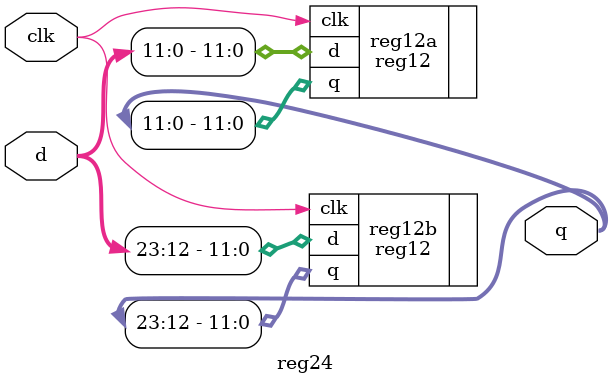
<source format=v>

module reg24 ( d, clk, q);

   input [23:0]d;
   input clk;
   output [23:0]q;

   reg12 reg12a (.q (q[11:0]), .d(d[11:0]), .clk(clk));
   reg12 reg12b (.q (q[23:12]), .d(d[23:12]), .clk(clk));

endmodule


</source>
